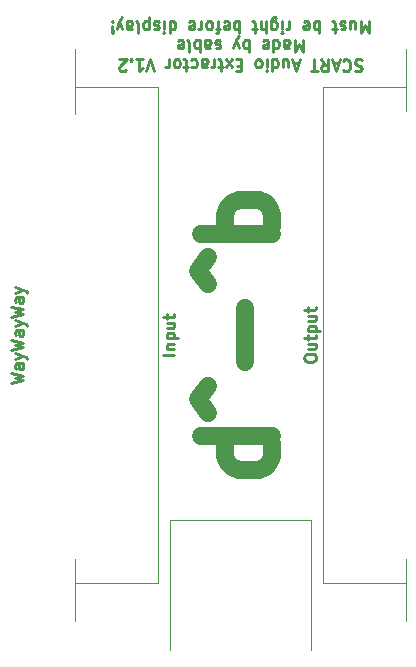
<source format=gbr>
%TF.GenerationSoftware,KiCad,Pcbnew,7.0.9*%
%TF.CreationDate,2024-08-24T16:49:29-10:00*%
%TF.ProjectId,scartaudioextract,73636172-7461-4756-9469-6f6578747261,rev?*%
%TF.SameCoordinates,Original*%
%TF.FileFunction,Legend,Top*%
%TF.FilePolarity,Positive*%
%FSLAX46Y46*%
G04 Gerber Fmt 4.6, Leading zero omitted, Abs format (unit mm)*
G04 Created by KiCad (PCBNEW 7.0.9) date 2024-08-24 16:49:29*
%MOMM*%
%LPD*%
G01*
G04 APERTURE LIST*
%ADD10C,0.250000*%
%ADD11C,1.500000*%
%ADD12C,0.120000*%
%ADD13C,0.100000*%
%ADD14C,1.200000*%
%ADD15O,1.200000X2.200000*%
%ADD16O,2.200000X1.200000*%
%ADD17C,2.300000*%
G04 APERTURE END LIST*
D10*
X143449619Y-60167857D02*
X142449619Y-60167857D01*
X142782952Y-59691667D02*
X143449619Y-59691667D01*
X142878190Y-59691667D02*
X142830571Y-59644048D01*
X142830571Y-59644048D02*
X142782952Y-59548810D01*
X142782952Y-59548810D02*
X142782952Y-59405953D01*
X142782952Y-59405953D02*
X142830571Y-59310715D01*
X142830571Y-59310715D02*
X142925809Y-59263096D01*
X142925809Y-59263096D02*
X143449619Y-59263096D01*
X142782952Y-58786905D02*
X143782952Y-58786905D01*
X142830571Y-58786905D02*
X142782952Y-58691667D01*
X142782952Y-58691667D02*
X142782952Y-58501191D01*
X142782952Y-58501191D02*
X142830571Y-58405953D01*
X142830571Y-58405953D02*
X142878190Y-58358334D01*
X142878190Y-58358334D02*
X142973428Y-58310715D01*
X142973428Y-58310715D02*
X143259142Y-58310715D01*
X143259142Y-58310715D02*
X143354380Y-58358334D01*
X143354380Y-58358334D02*
X143402000Y-58405953D01*
X143402000Y-58405953D02*
X143449619Y-58501191D01*
X143449619Y-58501191D02*
X143449619Y-58691667D01*
X143449619Y-58691667D02*
X143402000Y-58786905D01*
X142782952Y-57453572D02*
X143449619Y-57453572D01*
X142782952Y-57882143D02*
X143306761Y-57882143D01*
X143306761Y-57882143D02*
X143402000Y-57834524D01*
X143402000Y-57834524D02*
X143449619Y-57739286D01*
X143449619Y-57739286D02*
X143449619Y-57596429D01*
X143449619Y-57596429D02*
X143402000Y-57501191D01*
X143402000Y-57501191D02*
X143354380Y-57453572D01*
X142782952Y-57120238D02*
X142782952Y-56739286D01*
X142449619Y-56977381D02*
X143306761Y-56977381D01*
X143306761Y-56977381D02*
X143402000Y-56929762D01*
X143402000Y-56929762D02*
X143449619Y-56834524D01*
X143449619Y-56834524D02*
X143449619Y-56739286D01*
X159301905Y-35208000D02*
X159159048Y-35160380D01*
X159159048Y-35160380D02*
X158920953Y-35160380D01*
X158920953Y-35160380D02*
X158825715Y-35208000D01*
X158825715Y-35208000D02*
X158778096Y-35255619D01*
X158778096Y-35255619D02*
X158730477Y-35350857D01*
X158730477Y-35350857D02*
X158730477Y-35446095D01*
X158730477Y-35446095D02*
X158778096Y-35541333D01*
X158778096Y-35541333D02*
X158825715Y-35588952D01*
X158825715Y-35588952D02*
X158920953Y-35636571D01*
X158920953Y-35636571D02*
X159111429Y-35684190D01*
X159111429Y-35684190D02*
X159206667Y-35731809D01*
X159206667Y-35731809D02*
X159254286Y-35779428D01*
X159254286Y-35779428D02*
X159301905Y-35874666D01*
X159301905Y-35874666D02*
X159301905Y-35969904D01*
X159301905Y-35969904D02*
X159254286Y-36065142D01*
X159254286Y-36065142D02*
X159206667Y-36112761D01*
X159206667Y-36112761D02*
X159111429Y-36160380D01*
X159111429Y-36160380D02*
X158873334Y-36160380D01*
X158873334Y-36160380D02*
X158730477Y-36112761D01*
X157730477Y-35255619D02*
X157778096Y-35208000D01*
X157778096Y-35208000D02*
X157920953Y-35160380D01*
X157920953Y-35160380D02*
X158016191Y-35160380D01*
X158016191Y-35160380D02*
X158159048Y-35208000D01*
X158159048Y-35208000D02*
X158254286Y-35303238D01*
X158254286Y-35303238D02*
X158301905Y-35398476D01*
X158301905Y-35398476D02*
X158349524Y-35588952D01*
X158349524Y-35588952D02*
X158349524Y-35731809D01*
X158349524Y-35731809D02*
X158301905Y-35922285D01*
X158301905Y-35922285D02*
X158254286Y-36017523D01*
X158254286Y-36017523D02*
X158159048Y-36112761D01*
X158159048Y-36112761D02*
X158016191Y-36160380D01*
X158016191Y-36160380D02*
X157920953Y-36160380D01*
X157920953Y-36160380D02*
X157778096Y-36112761D01*
X157778096Y-36112761D02*
X157730477Y-36065142D01*
X157349524Y-35446095D02*
X156873334Y-35446095D01*
X157444762Y-35160380D02*
X157111429Y-36160380D01*
X157111429Y-36160380D02*
X156778096Y-35160380D01*
X155873334Y-35160380D02*
X156206667Y-35636571D01*
X156444762Y-35160380D02*
X156444762Y-36160380D01*
X156444762Y-36160380D02*
X156063810Y-36160380D01*
X156063810Y-36160380D02*
X155968572Y-36112761D01*
X155968572Y-36112761D02*
X155920953Y-36065142D01*
X155920953Y-36065142D02*
X155873334Y-35969904D01*
X155873334Y-35969904D02*
X155873334Y-35827047D01*
X155873334Y-35827047D02*
X155920953Y-35731809D01*
X155920953Y-35731809D02*
X155968572Y-35684190D01*
X155968572Y-35684190D02*
X156063810Y-35636571D01*
X156063810Y-35636571D02*
X156444762Y-35636571D01*
X155587619Y-36160380D02*
X155016191Y-36160380D01*
X155301905Y-35160380D02*
X155301905Y-36160380D01*
X153968571Y-35446095D02*
X153492381Y-35446095D01*
X154063809Y-35160380D02*
X153730476Y-36160380D01*
X153730476Y-36160380D02*
X153397143Y-35160380D01*
X152635238Y-35827047D02*
X152635238Y-35160380D01*
X153063809Y-35827047D02*
X153063809Y-35303238D01*
X153063809Y-35303238D02*
X153016190Y-35208000D01*
X153016190Y-35208000D02*
X152920952Y-35160380D01*
X152920952Y-35160380D02*
X152778095Y-35160380D01*
X152778095Y-35160380D02*
X152682857Y-35208000D01*
X152682857Y-35208000D02*
X152635238Y-35255619D01*
X151730476Y-35160380D02*
X151730476Y-36160380D01*
X151730476Y-35208000D02*
X151825714Y-35160380D01*
X151825714Y-35160380D02*
X152016190Y-35160380D01*
X152016190Y-35160380D02*
X152111428Y-35208000D01*
X152111428Y-35208000D02*
X152159047Y-35255619D01*
X152159047Y-35255619D02*
X152206666Y-35350857D01*
X152206666Y-35350857D02*
X152206666Y-35636571D01*
X152206666Y-35636571D02*
X152159047Y-35731809D01*
X152159047Y-35731809D02*
X152111428Y-35779428D01*
X152111428Y-35779428D02*
X152016190Y-35827047D01*
X152016190Y-35827047D02*
X151825714Y-35827047D01*
X151825714Y-35827047D02*
X151730476Y-35779428D01*
X151254285Y-35160380D02*
X151254285Y-35827047D01*
X151254285Y-36160380D02*
X151301904Y-36112761D01*
X151301904Y-36112761D02*
X151254285Y-36065142D01*
X151254285Y-36065142D02*
X151206666Y-36112761D01*
X151206666Y-36112761D02*
X151254285Y-36160380D01*
X151254285Y-36160380D02*
X151254285Y-36065142D01*
X150635238Y-35160380D02*
X150730476Y-35208000D01*
X150730476Y-35208000D02*
X150778095Y-35255619D01*
X150778095Y-35255619D02*
X150825714Y-35350857D01*
X150825714Y-35350857D02*
X150825714Y-35636571D01*
X150825714Y-35636571D02*
X150778095Y-35731809D01*
X150778095Y-35731809D02*
X150730476Y-35779428D01*
X150730476Y-35779428D02*
X150635238Y-35827047D01*
X150635238Y-35827047D02*
X150492381Y-35827047D01*
X150492381Y-35827047D02*
X150397143Y-35779428D01*
X150397143Y-35779428D02*
X150349524Y-35731809D01*
X150349524Y-35731809D02*
X150301905Y-35636571D01*
X150301905Y-35636571D02*
X150301905Y-35350857D01*
X150301905Y-35350857D02*
X150349524Y-35255619D01*
X150349524Y-35255619D02*
X150397143Y-35208000D01*
X150397143Y-35208000D02*
X150492381Y-35160380D01*
X150492381Y-35160380D02*
X150635238Y-35160380D01*
X149111428Y-35684190D02*
X148778095Y-35684190D01*
X148635238Y-35160380D02*
X149111428Y-35160380D01*
X149111428Y-35160380D02*
X149111428Y-36160380D01*
X149111428Y-36160380D02*
X148635238Y-36160380D01*
X148301904Y-35160380D02*
X147778095Y-35827047D01*
X148301904Y-35827047D02*
X147778095Y-35160380D01*
X147539999Y-35827047D02*
X147159047Y-35827047D01*
X147397142Y-36160380D02*
X147397142Y-35303238D01*
X147397142Y-35303238D02*
X147349523Y-35208000D01*
X147349523Y-35208000D02*
X147254285Y-35160380D01*
X147254285Y-35160380D02*
X147159047Y-35160380D01*
X146825713Y-35160380D02*
X146825713Y-35827047D01*
X146825713Y-35636571D02*
X146778094Y-35731809D01*
X146778094Y-35731809D02*
X146730475Y-35779428D01*
X146730475Y-35779428D02*
X146635237Y-35827047D01*
X146635237Y-35827047D02*
X146539999Y-35827047D01*
X145778094Y-35160380D02*
X145778094Y-35684190D01*
X145778094Y-35684190D02*
X145825713Y-35779428D01*
X145825713Y-35779428D02*
X145920951Y-35827047D01*
X145920951Y-35827047D02*
X146111427Y-35827047D01*
X146111427Y-35827047D02*
X146206665Y-35779428D01*
X145778094Y-35208000D02*
X145873332Y-35160380D01*
X145873332Y-35160380D02*
X146111427Y-35160380D01*
X146111427Y-35160380D02*
X146206665Y-35208000D01*
X146206665Y-35208000D02*
X146254284Y-35303238D01*
X146254284Y-35303238D02*
X146254284Y-35398476D01*
X146254284Y-35398476D02*
X146206665Y-35493714D01*
X146206665Y-35493714D02*
X146111427Y-35541333D01*
X146111427Y-35541333D02*
X145873332Y-35541333D01*
X145873332Y-35541333D02*
X145778094Y-35588952D01*
X144873332Y-35208000D02*
X144968570Y-35160380D01*
X144968570Y-35160380D02*
X145159046Y-35160380D01*
X145159046Y-35160380D02*
X145254284Y-35208000D01*
X145254284Y-35208000D02*
X145301903Y-35255619D01*
X145301903Y-35255619D02*
X145349522Y-35350857D01*
X145349522Y-35350857D02*
X145349522Y-35636571D01*
X145349522Y-35636571D02*
X145301903Y-35731809D01*
X145301903Y-35731809D02*
X145254284Y-35779428D01*
X145254284Y-35779428D02*
X145159046Y-35827047D01*
X145159046Y-35827047D02*
X144968570Y-35827047D01*
X144968570Y-35827047D02*
X144873332Y-35779428D01*
X144587617Y-35827047D02*
X144206665Y-35827047D01*
X144444760Y-36160380D02*
X144444760Y-35303238D01*
X144444760Y-35303238D02*
X144397141Y-35208000D01*
X144397141Y-35208000D02*
X144301903Y-35160380D01*
X144301903Y-35160380D02*
X144206665Y-35160380D01*
X143730474Y-35160380D02*
X143825712Y-35208000D01*
X143825712Y-35208000D02*
X143873331Y-35255619D01*
X143873331Y-35255619D02*
X143920950Y-35350857D01*
X143920950Y-35350857D02*
X143920950Y-35636571D01*
X143920950Y-35636571D02*
X143873331Y-35731809D01*
X143873331Y-35731809D02*
X143825712Y-35779428D01*
X143825712Y-35779428D02*
X143730474Y-35827047D01*
X143730474Y-35827047D02*
X143587617Y-35827047D01*
X143587617Y-35827047D02*
X143492379Y-35779428D01*
X143492379Y-35779428D02*
X143444760Y-35731809D01*
X143444760Y-35731809D02*
X143397141Y-35636571D01*
X143397141Y-35636571D02*
X143397141Y-35350857D01*
X143397141Y-35350857D02*
X143444760Y-35255619D01*
X143444760Y-35255619D02*
X143492379Y-35208000D01*
X143492379Y-35208000D02*
X143587617Y-35160380D01*
X143587617Y-35160380D02*
X143730474Y-35160380D01*
X142968569Y-35160380D02*
X142968569Y-35827047D01*
X142968569Y-35636571D02*
X142920950Y-35731809D01*
X142920950Y-35731809D02*
X142873331Y-35779428D01*
X142873331Y-35779428D02*
X142778093Y-35827047D01*
X142778093Y-35827047D02*
X142682855Y-35827047D01*
X141730473Y-36160380D02*
X141397140Y-35160380D01*
X141397140Y-35160380D02*
X141063807Y-36160380D01*
X140206664Y-35160380D02*
X140778092Y-35160380D01*
X140492378Y-35160380D02*
X140492378Y-36160380D01*
X140492378Y-36160380D02*
X140587616Y-36017523D01*
X140587616Y-36017523D02*
X140682854Y-35922285D01*
X140682854Y-35922285D02*
X140778092Y-35874666D01*
X139778092Y-35255619D02*
X139730473Y-35208000D01*
X139730473Y-35208000D02*
X139778092Y-35160380D01*
X139778092Y-35160380D02*
X139825711Y-35208000D01*
X139825711Y-35208000D02*
X139778092Y-35255619D01*
X139778092Y-35255619D02*
X139778092Y-35160380D01*
X139349521Y-36065142D02*
X139301902Y-36112761D01*
X139301902Y-36112761D02*
X139206664Y-36160380D01*
X139206664Y-36160380D02*
X138968569Y-36160380D01*
X138968569Y-36160380D02*
X138873331Y-36112761D01*
X138873331Y-36112761D02*
X138825712Y-36065142D01*
X138825712Y-36065142D02*
X138778093Y-35969904D01*
X138778093Y-35969904D02*
X138778093Y-35874666D01*
X138778093Y-35874666D02*
X138825712Y-35731809D01*
X138825712Y-35731809D02*
X139397140Y-35160380D01*
X139397140Y-35160380D02*
X138778093Y-35160380D01*
X154301905Y-33550380D02*
X154301905Y-34550380D01*
X154301905Y-34550380D02*
X153968572Y-33836095D01*
X153968572Y-33836095D02*
X153635239Y-34550380D01*
X153635239Y-34550380D02*
X153635239Y-33550380D01*
X152730477Y-33550380D02*
X152730477Y-34074190D01*
X152730477Y-34074190D02*
X152778096Y-34169428D01*
X152778096Y-34169428D02*
X152873334Y-34217047D01*
X152873334Y-34217047D02*
X153063810Y-34217047D01*
X153063810Y-34217047D02*
X153159048Y-34169428D01*
X152730477Y-33598000D02*
X152825715Y-33550380D01*
X152825715Y-33550380D02*
X153063810Y-33550380D01*
X153063810Y-33550380D02*
X153159048Y-33598000D01*
X153159048Y-33598000D02*
X153206667Y-33693238D01*
X153206667Y-33693238D02*
X153206667Y-33788476D01*
X153206667Y-33788476D02*
X153159048Y-33883714D01*
X153159048Y-33883714D02*
X153063810Y-33931333D01*
X153063810Y-33931333D02*
X152825715Y-33931333D01*
X152825715Y-33931333D02*
X152730477Y-33978952D01*
X151825715Y-33550380D02*
X151825715Y-34550380D01*
X151825715Y-33598000D02*
X151920953Y-33550380D01*
X151920953Y-33550380D02*
X152111429Y-33550380D01*
X152111429Y-33550380D02*
X152206667Y-33598000D01*
X152206667Y-33598000D02*
X152254286Y-33645619D01*
X152254286Y-33645619D02*
X152301905Y-33740857D01*
X152301905Y-33740857D02*
X152301905Y-34026571D01*
X152301905Y-34026571D02*
X152254286Y-34121809D01*
X152254286Y-34121809D02*
X152206667Y-34169428D01*
X152206667Y-34169428D02*
X152111429Y-34217047D01*
X152111429Y-34217047D02*
X151920953Y-34217047D01*
X151920953Y-34217047D02*
X151825715Y-34169428D01*
X150968572Y-33598000D02*
X151063810Y-33550380D01*
X151063810Y-33550380D02*
X151254286Y-33550380D01*
X151254286Y-33550380D02*
X151349524Y-33598000D01*
X151349524Y-33598000D02*
X151397143Y-33693238D01*
X151397143Y-33693238D02*
X151397143Y-34074190D01*
X151397143Y-34074190D02*
X151349524Y-34169428D01*
X151349524Y-34169428D02*
X151254286Y-34217047D01*
X151254286Y-34217047D02*
X151063810Y-34217047D01*
X151063810Y-34217047D02*
X150968572Y-34169428D01*
X150968572Y-34169428D02*
X150920953Y-34074190D01*
X150920953Y-34074190D02*
X150920953Y-33978952D01*
X150920953Y-33978952D02*
X151397143Y-33883714D01*
X149730476Y-33550380D02*
X149730476Y-34550380D01*
X149730476Y-34169428D02*
X149635238Y-34217047D01*
X149635238Y-34217047D02*
X149444762Y-34217047D01*
X149444762Y-34217047D02*
X149349524Y-34169428D01*
X149349524Y-34169428D02*
X149301905Y-34121809D01*
X149301905Y-34121809D02*
X149254286Y-34026571D01*
X149254286Y-34026571D02*
X149254286Y-33740857D01*
X149254286Y-33740857D02*
X149301905Y-33645619D01*
X149301905Y-33645619D02*
X149349524Y-33598000D01*
X149349524Y-33598000D02*
X149444762Y-33550380D01*
X149444762Y-33550380D02*
X149635238Y-33550380D01*
X149635238Y-33550380D02*
X149730476Y-33598000D01*
X148920952Y-34217047D02*
X148682857Y-33550380D01*
X148444762Y-34217047D02*
X148682857Y-33550380D01*
X148682857Y-33550380D02*
X148778095Y-33312285D01*
X148778095Y-33312285D02*
X148825714Y-33264666D01*
X148825714Y-33264666D02*
X148920952Y-33217047D01*
X147349523Y-33598000D02*
X147254285Y-33550380D01*
X147254285Y-33550380D02*
X147063809Y-33550380D01*
X147063809Y-33550380D02*
X146968571Y-33598000D01*
X146968571Y-33598000D02*
X146920952Y-33693238D01*
X146920952Y-33693238D02*
X146920952Y-33740857D01*
X146920952Y-33740857D02*
X146968571Y-33836095D01*
X146968571Y-33836095D02*
X147063809Y-33883714D01*
X147063809Y-33883714D02*
X147206666Y-33883714D01*
X147206666Y-33883714D02*
X147301904Y-33931333D01*
X147301904Y-33931333D02*
X147349523Y-34026571D01*
X147349523Y-34026571D02*
X147349523Y-34074190D01*
X147349523Y-34074190D02*
X147301904Y-34169428D01*
X147301904Y-34169428D02*
X147206666Y-34217047D01*
X147206666Y-34217047D02*
X147063809Y-34217047D01*
X147063809Y-34217047D02*
X146968571Y-34169428D01*
X146063809Y-33550380D02*
X146063809Y-34074190D01*
X146063809Y-34074190D02*
X146111428Y-34169428D01*
X146111428Y-34169428D02*
X146206666Y-34217047D01*
X146206666Y-34217047D02*
X146397142Y-34217047D01*
X146397142Y-34217047D02*
X146492380Y-34169428D01*
X146063809Y-33598000D02*
X146159047Y-33550380D01*
X146159047Y-33550380D02*
X146397142Y-33550380D01*
X146397142Y-33550380D02*
X146492380Y-33598000D01*
X146492380Y-33598000D02*
X146539999Y-33693238D01*
X146539999Y-33693238D02*
X146539999Y-33788476D01*
X146539999Y-33788476D02*
X146492380Y-33883714D01*
X146492380Y-33883714D02*
X146397142Y-33931333D01*
X146397142Y-33931333D02*
X146159047Y-33931333D01*
X146159047Y-33931333D02*
X146063809Y-33978952D01*
X145587618Y-33550380D02*
X145587618Y-34550380D01*
X145587618Y-34169428D02*
X145492380Y-34217047D01*
X145492380Y-34217047D02*
X145301904Y-34217047D01*
X145301904Y-34217047D02*
X145206666Y-34169428D01*
X145206666Y-34169428D02*
X145159047Y-34121809D01*
X145159047Y-34121809D02*
X145111428Y-34026571D01*
X145111428Y-34026571D02*
X145111428Y-33740857D01*
X145111428Y-33740857D02*
X145159047Y-33645619D01*
X145159047Y-33645619D02*
X145206666Y-33598000D01*
X145206666Y-33598000D02*
X145301904Y-33550380D01*
X145301904Y-33550380D02*
X145492380Y-33550380D01*
X145492380Y-33550380D02*
X145587618Y-33598000D01*
X144539999Y-33550380D02*
X144635237Y-33598000D01*
X144635237Y-33598000D02*
X144682856Y-33693238D01*
X144682856Y-33693238D02*
X144682856Y-34550380D01*
X143778094Y-33598000D02*
X143873332Y-33550380D01*
X143873332Y-33550380D02*
X144063808Y-33550380D01*
X144063808Y-33550380D02*
X144159046Y-33598000D01*
X144159046Y-33598000D02*
X144206665Y-33693238D01*
X144206665Y-33693238D02*
X144206665Y-34074190D01*
X144206665Y-34074190D02*
X144159046Y-34169428D01*
X144159046Y-34169428D02*
X144063808Y-34217047D01*
X144063808Y-34217047D02*
X143873332Y-34217047D01*
X143873332Y-34217047D02*
X143778094Y-34169428D01*
X143778094Y-34169428D02*
X143730475Y-34074190D01*
X143730475Y-34074190D02*
X143730475Y-33978952D01*
X143730475Y-33978952D02*
X144206665Y-33883714D01*
X159897144Y-31940380D02*
X159897144Y-32940380D01*
X159897144Y-32940380D02*
X159563811Y-32226095D01*
X159563811Y-32226095D02*
X159230478Y-32940380D01*
X159230478Y-32940380D02*
X159230478Y-31940380D01*
X158325716Y-32607047D02*
X158325716Y-31940380D01*
X158754287Y-32607047D02*
X158754287Y-32083238D01*
X158754287Y-32083238D02*
X158706668Y-31988000D01*
X158706668Y-31988000D02*
X158611430Y-31940380D01*
X158611430Y-31940380D02*
X158468573Y-31940380D01*
X158468573Y-31940380D02*
X158373335Y-31988000D01*
X158373335Y-31988000D02*
X158325716Y-32035619D01*
X157897144Y-31988000D02*
X157801906Y-31940380D01*
X157801906Y-31940380D02*
X157611430Y-31940380D01*
X157611430Y-31940380D02*
X157516192Y-31988000D01*
X157516192Y-31988000D02*
X157468573Y-32083238D01*
X157468573Y-32083238D02*
X157468573Y-32130857D01*
X157468573Y-32130857D02*
X157516192Y-32226095D01*
X157516192Y-32226095D02*
X157611430Y-32273714D01*
X157611430Y-32273714D02*
X157754287Y-32273714D01*
X157754287Y-32273714D02*
X157849525Y-32321333D01*
X157849525Y-32321333D02*
X157897144Y-32416571D01*
X157897144Y-32416571D02*
X157897144Y-32464190D01*
X157897144Y-32464190D02*
X157849525Y-32559428D01*
X157849525Y-32559428D02*
X157754287Y-32607047D01*
X157754287Y-32607047D02*
X157611430Y-32607047D01*
X157611430Y-32607047D02*
X157516192Y-32559428D01*
X157182858Y-32607047D02*
X156801906Y-32607047D01*
X157040001Y-32940380D02*
X157040001Y-32083238D01*
X157040001Y-32083238D02*
X156992382Y-31988000D01*
X156992382Y-31988000D02*
X156897144Y-31940380D01*
X156897144Y-31940380D02*
X156801906Y-31940380D01*
X155706667Y-31940380D02*
X155706667Y-32940380D01*
X155706667Y-32559428D02*
X155611429Y-32607047D01*
X155611429Y-32607047D02*
X155420953Y-32607047D01*
X155420953Y-32607047D02*
X155325715Y-32559428D01*
X155325715Y-32559428D02*
X155278096Y-32511809D01*
X155278096Y-32511809D02*
X155230477Y-32416571D01*
X155230477Y-32416571D02*
X155230477Y-32130857D01*
X155230477Y-32130857D02*
X155278096Y-32035619D01*
X155278096Y-32035619D02*
X155325715Y-31988000D01*
X155325715Y-31988000D02*
X155420953Y-31940380D01*
X155420953Y-31940380D02*
X155611429Y-31940380D01*
X155611429Y-31940380D02*
X155706667Y-31988000D01*
X154420953Y-31988000D02*
X154516191Y-31940380D01*
X154516191Y-31940380D02*
X154706667Y-31940380D01*
X154706667Y-31940380D02*
X154801905Y-31988000D01*
X154801905Y-31988000D02*
X154849524Y-32083238D01*
X154849524Y-32083238D02*
X154849524Y-32464190D01*
X154849524Y-32464190D02*
X154801905Y-32559428D01*
X154801905Y-32559428D02*
X154706667Y-32607047D01*
X154706667Y-32607047D02*
X154516191Y-32607047D01*
X154516191Y-32607047D02*
X154420953Y-32559428D01*
X154420953Y-32559428D02*
X154373334Y-32464190D01*
X154373334Y-32464190D02*
X154373334Y-32368952D01*
X154373334Y-32368952D02*
X154849524Y-32273714D01*
X153182857Y-31940380D02*
X153182857Y-32607047D01*
X153182857Y-32416571D02*
X153135238Y-32511809D01*
X153135238Y-32511809D02*
X153087619Y-32559428D01*
X153087619Y-32559428D02*
X152992381Y-32607047D01*
X152992381Y-32607047D02*
X152897143Y-32607047D01*
X152563809Y-31940380D02*
X152563809Y-32607047D01*
X152563809Y-32940380D02*
X152611428Y-32892761D01*
X152611428Y-32892761D02*
X152563809Y-32845142D01*
X152563809Y-32845142D02*
X152516190Y-32892761D01*
X152516190Y-32892761D02*
X152563809Y-32940380D01*
X152563809Y-32940380D02*
X152563809Y-32845142D01*
X151659048Y-32607047D02*
X151659048Y-31797523D01*
X151659048Y-31797523D02*
X151706667Y-31702285D01*
X151706667Y-31702285D02*
X151754286Y-31654666D01*
X151754286Y-31654666D02*
X151849524Y-31607047D01*
X151849524Y-31607047D02*
X151992381Y-31607047D01*
X151992381Y-31607047D02*
X152087619Y-31654666D01*
X151659048Y-31988000D02*
X151754286Y-31940380D01*
X151754286Y-31940380D02*
X151944762Y-31940380D01*
X151944762Y-31940380D02*
X152040000Y-31988000D01*
X152040000Y-31988000D02*
X152087619Y-32035619D01*
X152087619Y-32035619D02*
X152135238Y-32130857D01*
X152135238Y-32130857D02*
X152135238Y-32416571D01*
X152135238Y-32416571D02*
X152087619Y-32511809D01*
X152087619Y-32511809D02*
X152040000Y-32559428D01*
X152040000Y-32559428D02*
X151944762Y-32607047D01*
X151944762Y-32607047D02*
X151754286Y-32607047D01*
X151754286Y-32607047D02*
X151659048Y-32559428D01*
X151182857Y-31940380D02*
X151182857Y-32940380D01*
X150754286Y-31940380D02*
X150754286Y-32464190D01*
X150754286Y-32464190D02*
X150801905Y-32559428D01*
X150801905Y-32559428D02*
X150897143Y-32607047D01*
X150897143Y-32607047D02*
X151040000Y-32607047D01*
X151040000Y-32607047D02*
X151135238Y-32559428D01*
X151135238Y-32559428D02*
X151182857Y-32511809D01*
X150420952Y-32607047D02*
X150040000Y-32607047D01*
X150278095Y-32940380D02*
X150278095Y-32083238D01*
X150278095Y-32083238D02*
X150230476Y-31988000D01*
X150230476Y-31988000D02*
X150135238Y-31940380D01*
X150135238Y-31940380D02*
X150040000Y-31940380D01*
X148944761Y-31940380D02*
X148944761Y-32940380D01*
X148944761Y-32559428D02*
X148849523Y-32607047D01*
X148849523Y-32607047D02*
X148659047Y-32607047D01*
X148659047Y-32607047D02*
X148563809Y-32559428D01*
X148563809Y-32559428D02*
X148516190Y-32511809D01*
X148516190Y-32511809D02*
X148468571Y-32416571D01*
X148468571Y-32416571D02*
X148468571Y-32130857D01*
X148468571Y-32130857D02*
X148516190Y-32035619D01*
X148516190Y-32035619D02*
X148563809Y-31988000D01*
X148563809Y-31988000D02*
X148659047Y-31940380D01*
X148659047Y-31940380D02*
X148849523Y-31940380D01*
X148849523Y-31940380D02*
X148944761Y-31988000D01*
X147659047Y-31988000D02*
X147754285Y-31940380D01*
X147754285Y-31940380D02*
X147944761Y-31940380D01*
X147944761Y-31940380D02*
X148039999Y-31988000D01*
X148039999Y-31988000D02*
X148087618Y-32083238D01*
X148087618Y-32083238D02*
X148087618Y-32464190D01*
X148087618Y-32464190D02*
X148039999Y-32559428D01*
X148039999Y-32559428D02*
X147944761Y-32607047D01*
X147944761Y-32607047D02*
X147754285Y-32607047D01*
X147754285Y-32607047D02*
X147659047Y-32559428D01*
X147659047Y-32559428D02*
X147611428Y-32464190D01*
X147611428Y-32464190D02*
X147611428Y-32368952D01*
X147611428Y-32368952D02*
X148087618Y-32273714D01*
X147325713Y-32607047D02*
X146944761Y-32607047D01*
X147182856Y-31940380D02*
X147182856Y-32797523D01*
X147182856Y-32797523D02*
X147135237Y-32892761D01*
X147135237Y-32892761D02*
X147039999Y-32940380D01*
X147039999Y-32940380D02*
X146944761Y-32940380D01*
X146468570Y-31940380D02*
X146563808Y-31988000D01*
X146563808Y-31988000D02*
X146611427Y-32035619D01*
X146611427Y-32035619D02*
X146659046Y-32130857D01*
X146659046Y-32130857D02*
X146659046Y-32416571D01*
X146659046Y-32416571D02*
X146611427Y-32511809D01*
X146611427Y-32511809D02*
X146563808Y-32559428D01*
X146563808Y-32559428D02*
X146468570Y-32607047D01*
X146468570Y-32607047D02*
X146325713Y-32607047D01*
X146325713Y-32607047D02*
X146230475Y-32559428D01*
X146230475Y-32559428D02*
X146182856Y-32511809D01*
X146182856Y-32511809D02*
X146135237Y-32416571D01*
X146135237Y-32416571D02*
X146135237Y-32130857D01*
X146135237Y-32130857D02*
X146182856Y-32035619D01*
X146182856Y-32035619D02*
X146230475Y-31988000D01*
X146230475Y-31988000D02*
X146325713Y-31940380D01*
X146325713Y-31940380D02*
X146468570Y-31940380D01*
X145706665Y-31940380D02*
X145706665Y-32607047D01*
X145706665Y-32416571D02*
X145659046Y-32511809D01*
X145659046Y-32511809D02*
X145611427Y-32559428D01*
X145611427Y-32559428D02*
X145516189Y-32607047D01*
X145516189Y-32607047D02*
X145420951Y-32607047D01*
X144706665Y-31988000D02*
X144801903Y-31940380D01*
X144801903Y-31940380D02*
X144992379Y-31940380D01*
X144992379Y-31940380D02*
X145087617Y-31988000D01*
X145087617Y-31988000D02*
X145135236Y-32083238D01*
X145135236Y-32083238D02*
X145135236Y-32464190D01*
X145135236Y-32464190D02*
X145087617Y-32559428D01*
X145087617Y-32559428D02*
X144992379Y-32607047D01*
X144992379Y-32607047D02*
X144801903Y-32607047D01*
X144801903Y-32607047D02*
X144706665Y-32559428D01*
X144706665Y-32559428D02*
X144659046Y-32464190D01*
X144659046Y-32464190D02*
X144659046Y-32368952D01*
X144659046Y-32368952D02*
X145135236Y-32273714D01*
X143039998Y-31940380D02*
X143039998Y-32940380D01*
X143039998Y-31988000D02*
X143135236Y-31940380D01*
X143135236Y-31940380D02*
X143325712Y-31940380D01*
X143325712Y-31940380D02*
X143420950Y-31988000D01*
X143420950Y-31988000D02*
X143468569Y-32035619D01*
X143468569Y-32035619D02*
X143516188Y-32130857D01*
X143516188Y-32130857D02*
X143516188Y-32416571D01*
X143516188Y-32416571D02*
X143468569Y-32511809D01*
X143468569Y-32511809D02*
X143420950Y-32559428D01*
X143420950Y-32559428D02*
X143325712Y-32607047D01*
X143325712Y-32607047D02*
X143135236Y-32607047D01*
X143135236Y-32607047D02*
X143039998Y-32559428D01*
X142563807Y-31940380D02*
X142563807Y-32607047D01*
X142563807Y-32940380D02*
X142611426Y-32892761D01*
X142611426Y-32892761D02*
X142563807Y-32845142D01*
X142563807Y-32845142D02*
X142516188Y-32892761D01*
X142516188Y-32892761D02*
X142563807Y-32940380D01*
X142563807Y-32940380D02*
X142563807Y-32845142D01*
X142135236Y-31988000D02*
X142039998Y-31940380D01*
X142039998Y-31940380D02*
X141849522Y-31940380D01*
X141849522Y-31940380D02*
X141754284Y-31988000D01*
X141754284Y-31988000D02*
X141706665Y-32083238D01*
X141706665Y-32083238D02*
X141706665Y-32130857D01*
X141706665Y-32130857D02*
X141754284Y-32226095D01*
X141754284Y-32226095D02*
X141849522Y-32273714D01*
X141849522Y-32273714D02*
X141992379Y-32273714D01*
X141992379Y-32273714D02*
X142087617Y-32321333D01*
X142087617Y-32321333D02*
X142135236Y-32416571D01*
X142135236Y-32416571D02*
X142135236Y-32464190D01*
X142135236Y-32464190D02*
X142087617Y-32559428D01*
X142087617Y-32559428D02*
X141992379Y-32607047D01*
X141992379Y-32607047D02*
X141849522Y-32607047D01*
X141849522Y-32607047D02*
X141754284Y-32559428D01*
X141278093Y-32607047D02*
X141278093Y-31607047D01*
X141278093Y-32559428D02*
X141182855Y-32607047D01*
X141182855Y-32607047D02*
X140992379Y-32607047D01*
X140992379Y-32607047D02*
X140897141Y-32559428D01*
X140897141Y-32559428D02*
X140849522Y-32511809D01*
X140849522Y-32511809D02*
X140801903Y-32416571D01*
X140801903Y-32416571D02*
X140801903Y-32130857D01*
X140801903Y-32130857D02*
X140849522Y-32035619D01*
X140849522Y-32035619D02*
X140897141Y-31988000D01*
X140897141Y-31988000D02*
X140992379Y-31940380D01*
X140992379Y-31940380D02*
X141182855Y-31940380D01*
X141182855Y-31940380D02*
X141278093Y-31988000D01*
X140230474Y-31940380D02*
X140325712Y-31988000D01*
X140325712Y-31988000D02*
X140373331Y-32083238D01*
X140373331Y-32083238D02*
X140373331Y-32940380D01*
X139420950Y-31940380D02*
X139420950Y-32464190D01*
X139420950Y-32464190D02*
X139468569Y-32559428D01*
X139468569Y-32559428D02*
X139563807Y-32607047D01*
X139563807Y-32607047D02*
X139754283Y-32607047D01*
X139754283Y-32607047D02*
X139849521Y-32559428D01*
X139420950Y-31988000D02*
X139516188Y-31940380D01*
X139516188Y-31940380D02*
X139754283Y-31940380D01*
X139754283Y-31940380D02*
X139849521Y-31988000D01*
X139849521Y-31988000D02*
X139897140Y-32083238D01*
X139897140Y-32083238D02*
X139897140Y-32178476D01*
X139897140Y-32178476D02*
X139849521Y-32273714D01*
X139849521Y-32273714D02*
X139754283Y-32321333D01*
X139754283Y-32321333D02*
X139516188Y-32321333D01*
X139516188Y-32321333D02*
X139420950Y-32368952D01*
X139039997Y-32607047D02*
X138801902Y-31940380D01*
X138563807Y-32607047D02*
X138801902Y-31940380D01*
X138801902Y-31940380D02*
X138897140Y-31702285D01*
X138897140Y-31702285D02*
X138944759Y-31654666D01*
X138944759Y-31654666D02*
X139039997Y-31607047D01*
X138182854Y-32035619D02*
X138135235Y-31988000D01*
X138135235Y-31988000D02*
X138182854Y-31940380D01*
X138182854Y-31940380D02*
X138230473Y-31988000D01*
X138230473Y-31988000D02*
X138182854Y-32035619D01*
X138182854Y-32035619D02*
X138182854Y-31940380D01*
X138182854Y-32321333D02*
X138230473Y-32892761D01*
X138230473Y-32892761D02*
X138182854Y-32940380D01*
X138182854Y-32940380D02*
X138135235Y-32892761D01*
X138135235Y-32892761D02*
X138182854Y-32321333D01*
X138182854Y-32321333D02*
X138182854Y-32940380D01*
X129649619Y-62571428D02*
X130649619Y-62333333D01*
X130649619Y-62333333D02*
X129935333Y-62142857D01*
X129935333Y-62142857D02*
X130649619Y-61952381D01*
X130649619Y-61952381D02*
X129649619Y-61714286D01*
X130649619Y-60904762D02*
X130125809Y-60904762D01*
X130125809Y-60904762D02*
X130030571Y-60952381D01*
X130030571Y-60952381D02*
X129982952Y-61047619D01*
X129982952Y-61047619D02*
X129982952Y-61238095D01*
X129982952Y-61238095D02*
X130030571Y-61333333D01*
X130602000Y-60904762D02*
X130649619Y-61000000D01*
X130649619Y-61000000D02*
X130649619Y-61238095D01*
X130649619Y-61238095D02*
X130602000Y-61333333D01*
X130602000Y-61333333D02*
X130506761Y-61380952D01*
X130506761Y-61380952D02*
X130411523Y-61380952D01*
X130411523Y-61380952D02*
X130316285Y-61333333D01*
X130316285Y-61333333D02*
X130268666Y-61238095D01*
X130268666Y-61238095D02*
X130268666Y-61000000D01*
X130268666Y-61000000D02*
X130221047Y-60904762D01*
X129982952Y-60523809D02*
X130649619Y-60285714D01*
X129982952Y-60047619D02*
X130649619Y-60285714D01*
X130649619Y-60285714D02*
X130887714Y-60380952D01*
X130887714Y-60380952D02*
X130935333Y-60428571D01*
X130935333Y-60428571D02*
X130982952Y-60523809D01*
X129649619Y-59761904D02*
X130649619Y-59523809D01*
X130649619Y-59523809D02*
X129935333Y-59333333D01*
X129935333Y-59333333D02*
X130649619Y-59142857D01*
X130649619Y-59142857D02*
X129649619Y-58904762D01*
X130649619Y-58095238D02*
X130125809Y-58095238D01*
X130125809Y-58095238D02*
X130030571Y-58142857D01*
X130030571Y-58142857D02*
X129982952Y-58238095D01*
X129982952Y-58238095D02*
X129982952Y-58428571D01*
X129982952Y-58428571D02*
X130030571Y-58523809D01*
X130602000Y-58095238D02*
X130649619Y-58190476D01*
X130649619Y-58190476D02*
X130649619Y-58428571D01*
X130649619Y-58428571D02*
X130602000Y-58523809D01*
X130602000Y-58523809D02*
X130506761Y-58571428D01*
X130506761Y-58571428D02*
X130411523Y-58571428D01*
X130411523Y-58571428D02*
X130316285Y-58523809D01*
X130316285Y-58523809D02*
X130268666Y-58428571D01*
X130268666Y-58428571D02*
X130268666Y-58190476D01*
X130268666Y-58190476D02*
X130221047Y-58095238D01*
X129982952Y-57714285D02*
X130649619Y-57476190D01*
X129982952Y-57238095D02*
X130649619Y-57476190D01*
X130649619Y-57476190D02*
X130887714Y-57571428D01*
X130887714Y-57571428D02*
X130935333Y-57619047D01*
X130935333Y-57619047D02*
X130982952Y-57714285D01*
X129649619Y-56952380D02*
X130649619Y-56714285D01*
X130649619Y-56714285D02*
X129935333Y-56523809D01*
X129935333Y-56523809D02*
X130649619Y-56333333D01*
X130649619Y-56333333D02*
X129649619Y-56095238D01*
X130649619Y-55285714D02*
X130125809Y-55285714D01*
X130125809Y-55285714D02*
X130030571Y-55333333D01*
X130030571Y-55333333D02*
X129982952Y-55428571D01*
X129982952Y-55428571D02*
X129982952Y-55619047D01*
X129982952Y-55619047D02*
X130030571Y-55714285D01*
X130602000Y-55285714D02*
X130649619Y-55380952D01*
X130649619Y-55380952D02*
X130649619Y-55619047D01*
X130649619Y-55619047D02*
X130602000Y-55714285D01*
X130602000Y-55714285D02*
X130506761Y-55761904D01*
X130506761Y-55761904D02*
X130411523Y-55761904D01*
X130411523Y-55761904D02*
X130316285Y-55714285D01*
X130316285Y-55714285D02*
X130268666Y-55619047D01*
X130268666Y-55619047D02*
X130268666Y-55380952D01*
X130268666Y-55380952D02*
X130221047Y-55285714D01*
X129982952Y-54904761D02*
X130649619Y-54666666D01*
X129982952Y-54428571D02*
X130649619Y-54666666D01*
X130649619Y-54666666D02*
X130887714Y-54761904D01*
X130887714Y-54761904D02*
X130935333Y-54809523D01*
X130935333Y-54809523D02*
X130982952Y-54904761D01*
D11*
X151737714Y-67071428D02*
X145737714Y-67071428D01*
X151452000Y-67071428D02*
X151737714Y-67642856D01*
X151737714Y-67642856D02*
X151737714Y-68785713D01*
X151737714Y-68785713D02*
X151452000Y-69357142D01*
X151452000Y-69357142D02*
X151166285Y-69642856D01*
X151166285Y-69642856D02*
X150594857Y-69928570D01*
X150594857Y-69928570D02*
X148880571Y-69928570D01*
X148880571Y-69928570D02*
X148309142Y-69642856D01*
X148309142Y-69642856D02*
X148023428Y-69357142D01*
X148023428Y-69357142D02*
X147737714Y-68785713D01*
X147737714Y-68785713D02*
X147737714Y-67642856D01*
X147737714Y-67642856D02*
X148023428Y-67071428D01*
X146309142Y-65071428D02*
X145452000Y-63928571D01*
X145452000Y-63928571D02*
X146309142Y-62785714D01*
X149452000Y-60785714D02*
X149452000Y-56214286D01*
X146309142Y-54214286D02*
X145452000Y-53071429D01*
X145452000Y-53071429D02*
X146309142Y-51928572D01*
X151737714Y-49928572D02*
X145737714Y-49928572D01*
X148023428Y-49928572D02*
X147737714Y-49357144D01*
X147737714Y-49357144D02*
X147737714Y-48214286D01*
X147737714Y-48214286D02*
X148023428Y-47642858D01*
X148023428Y-47642858D02*
X148309142Y-47357144D01*
X148309142Y-47357144D02*
X148880571Y-47071429D01*
X148880571Y-47071429D02*
X150594857Y-47071429D01*
X150594857Y-47071429D02*
X151166285Y-47357144D01*
X151166285Y-47357144D02*
X151452000Y-47642858D01*
X151452000Y-47642858D02*
X151737714Y-48214286D01*
X151737714Y-48214286D02*
X151737714Y-49357144D01*
X151737714Y-49357144D02*
X151452000Y-49928572D01*
D10*
X154449619Y-60523810D02*
X154449619Y-60333334D01*
X154449619Y-60333334D02*
X154497238Y-60238096D01*
X154497238Y-60238096D02*
X154592476Y-60142858D01*
X154592476Y-60142858D02*
X154782952Y-60095239D01*
X154782952Y-60095239D02*
X155116285Y-60095239D01*
X155116285Y-60095239D02*
X155306761Y-60142858D01*
X155306761Y-60142858D02*
X155402000Y-60238096D01*
X155402000Y-60238096D02*
X155449619Y-60333334D01*
X155449619Y-60333334D02*
X155449619Y-60523810D01*
X155449619Y-60523810D02*
X155402000Y-60619048D01*
X155402000Y-60619048D02*
X155306761Y-60714286D01*
X155306761Y-60714286D02*
X155116285Y-60761905D01*
X155116285Y-60761905D02*
X154782952Y-60761905D01*
X154782952Y-60761905D02*
X154592476Y-60714286D01*
X154592476Y-60714286D02*
X154497238Y-60619048D01*
X154497238Y-60619048D02*
X154449619Y-60523810D01*
X154782952Y-59238096D02*
X155449619Y-59238096D01*
X154782952Y-59666667D02*
X155306761Y-59666667D01*
X155306761Y-59666667D02*
X155402000Y-59619048D01*
X155402000Y-59619048D02*
X155449619Y-59523810D01*
X155449619Y-59523810D02*
X155449619Y-59380953D01*
X155449619Y-59380953D02*
X155402000Y-59285715D01*
X155402000Y-59285715D02*
X155354380Y-59238096D01*
X154782952Y-58904762D02*
X154782952Y-58523810D01*
X154449619Y-58761905D02*
X155306761Y-58761905D01*
X155306761Y-58761905D02*
X155402000Y-58714286D01*
X155402000Y-58714286D02*
X155449619Y-58619048D01*
X155449619Y-58619048D02*
X155449619Y-58523810D01*
X154782952Y-58190476D02*
X155782952Y-58190476D01*
X154830571Y-58190476D02*
X154782952Y-58095238D01*
X154782952Y-58095238D02*
X154782952Y-57904762D01*
X154782952Y-57904762D02*
X154830571Y-57809524D01*
X154830571Y-57809524D02*
X154878190Y-57761905D01*
X154878190Y-57761905D02*
X154973428Y-57714286D01*
X154973428Y-57714286D02*
X155259142Y-57714286D01*
X155259142Y-57714286D02*
X155354380Y-57761905D01*
X155354380Y-57761905D02*
X155402000Y-57809524D01*
X155402000Y-57809524D02*
X155449619Y-57904762D01*
X155449619Y-57904762D02*
X155449619Y-58095238D01*
X155449619Y-58095238D02*
X155402000Y-58190476D01*
X154782952Y-56857143D02*
X155449619Y-56857143D01*
X154782952Y-57285714D02*
X155306761Y-57285714D01*
X155306761Y-57285714D02*
X155402000Y-57238095D01*
X155402000Y-57238095D02*
X155449619Y-57142857D01*
X155449619Y-57142857D02*
X155449619Y-57000000D01*
X155449619Y-57000000D02*
X155402000Y-56904762D01*
X155402000Y-56904762D02*
X155354380Y-56857143D01*
X154782952Y-56523809D02*
X154782952Y-56142857D01*
X154449619Y-56380952D02*
X155306761Y-56380952D01*
X155306761Y-56380952D02*
X155402000Y-56333333D01*
X155402000Y-56333333D02*
X155449619Y-56238095D01*
X155449619Y-56238095D02*
X155449619Y-56142857D01*
D12*
%TO.C,J3*%
X143040000Y-74200000D02*
X155040000Y-74200000D01*
X143040000Y-85200000D02*
X143040000Y-74200000D01*
X155040000Y-74200000D02*
X155040000Y-85200000D01*
D13*
%TO.C,J1*%
X142040000Y-79500000D02*
X135040000Y-79500000D01*
X135040000Y-77500000D02*
X135040000Y-82750000D01*
X135040000Y-39750000D02*
X135040000Y-34250000D01*
X135040000Y-37500000D02*
X142040000Y-37500000D01*
X142040000Y-37500000D02*
X142040000Y-79500000D01*
%TO.C,J2*%
X156040000Y-37500000D02*
X163040000Y-37500000D01*
X163040000Y-39500000D02*
X163040000Y-34250000D01*
X163040000Y-77500000D02*
X163040000Y-82750000D01*
X163040000Y-79500000D02*
X156040000Y-79500000D01*
X156040000Y-79500000D02*
X156040000Y-37500000D01*
%TD*%
%LPC*%
D14*
%TO.C,J3*%
X144040000Y-81900000D03*
X144040000Y-84400000D03*
X149040000Y-76900000D03*
X154040000Y-81900000D03*
X154040000Y-84400000D03*
D15*
X144040000Y-76900000D03*
D16*
X149040000Y-81900000D03*
D15*
X154040000Y-76900000D03*
%TD*%
D17*
%TO.C,J1*%
X140080000Y-77550000D03*
X135000000Y-75645000D03*
X140080000Y-73740000D03*
X135000000Y-71835000D03*
X140080000Y-69930000D03*
X135000000Y-68025000D03*
X140080000Y-66120000D03*
X135000000Y-64215000D03*
X140080000Y-62310000D03*
X135000000Y-60405000D03*
X140080000Y-58500000D03*
X135000000Y-56595000D03*
X140080000Y-54690000D03*
X135000000Y-52785000D03*
X140080000Y-50880000D03*
X135000000Y-48975000D03*
X140080000Y-47070000D03*
X135000000Y-45165000D03*
X140080000Y-43260000D03*
X135000000Y-41355000D03*
X140080000Y-39450000D03*
%TD*%
%TO.C,J2*%
X158000000Y-39450000D03*
X163080000Y-41355000D03*
X158000000Y-43260000D03*
X163080000Y-45165000D03*
X158000000Y-47070000D03*
X163080000Y-48975000D03*
X158000000Y-50880000D03*
X163080000Y-52785000D03*
X158000000Y-54690000D03*
X163080000Y-56595000D03*
X158000000Y-58500000D03*
X163080000Y-60405000D03*
X158000000Y-62310000D03*
X163080000Y-64215000D03*
X158000000Y-66120000D03*
X163080000Y-68025000D03*
X158000000Y-69930000D03*
X163080000Y-71835000D03*
X158000000Y-73740000D03*
X163080000Y-75645000D03*
X158000000Y-77550000D03*
%TD*%
%LPD*%
M02*

</source>
